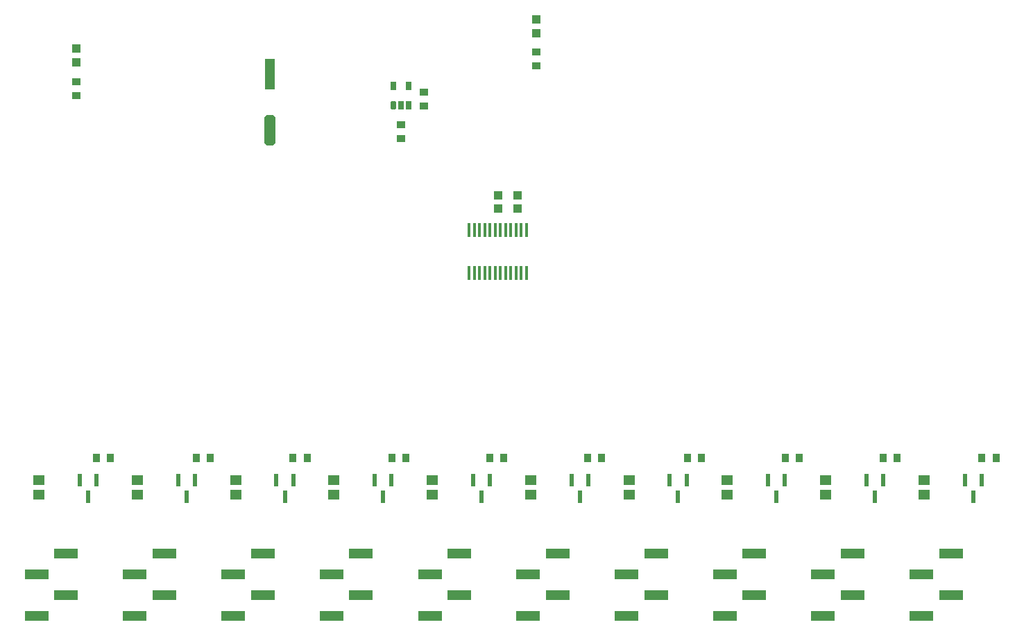
<source format=gbr>
%TF.GenerationSoftware,Altium Limited,Altium NEXUS,2.1.5 (53)*%
G04 Layer_Color=8421504*
%FSLAX44Y44*%
%MOMM*%
%TF.FileFunction,Paste,Top*%
%TF.Part,Single*%
G01*
G75*
%TA.AperFunction,SMDPad,CuDef*%
%ADD10R,1.4000X1.2000*%
%ADD11R,2.9600X1.2700*%
%ADD12R,1.0000X0.9000*%
%ADD13R,0.9000X1.0000*%
G04:AMPARAMS|DCode=14|XSize=0.65mm|YSize=1.1mm|CornerRadius=0mm|HoleSize=0mm|Usage=FLASHONLY|Rotation=180.000|XOffset=0mm|YOffset=0mm|HoleType=Round|Shape=Octagon|*
%AMOCTAGOND14*
4,1,8,0.1625,-0.5500,-0.1625,-0.5500,-0.3250,-0.3875,-0.3250,0.3875,-0.1625,0.5500,0.1625,0.5500,0.3250,0.3875,0.3250,-0.3875,0.1625,-0.5500,0.0*
%
%ADD14OCTAGOND14*%

%ADD15R,0.6500X1.1000*%
%ADD16R,0.6100X1.6100*%
G04:AMPARAMS|DCode=17|XSize=3.8mm|YSize=1.3mm|CornerRadius=0mm|HoleSize=0mm|Usage=FLASHONLY|Rotation=90.000|XOffset=0mm|YOffset=0mm|HoleType=Round|Shape=Octagon|*
%AMOCTAGOND17*
4,1,8,0.3250,1.9000,-0.3250,1.9000,-0.6500,1.5750,-0.6500,-1.5750,-0.3250,-1.9000,0.3250,-1.9000,0.6500,-1.5750,0.6500,1.5750,0.3250,1.9000,0.0*
%
%ADD17OCTAGOND17*%

%ADD18R,1.3000X3.8000*%
G04:AMPARAMS|DCode=19|XSize=1.64mm|YSize=0.41mm|CornerRadius=0.0513mm|HoleSize=0mm|Usage=FLASHONLY|Rotation=90.000|XOffset=0mm|YOffset=0mm|HoleType=Round|Shape=RoundedRectangle|*
%AMROUNDEDRECTD19*
21,1,1.6400,0.3075,0,0,90.0*
21,1,1.5375,0.4100,0,0,90.0*
1,1,0.1025,0.1538,0.7688*
1,1,0.1025,0.1538,-0.7688*
1,1,0.1025,-0.1538,-0.7688*
1,1,0.1025,-0.1538,0.7688*
%
%ADD19ROUNDEDRECTD19*%
%ADD20R,1.0000X1.0000*%
%ADD21R,1.0000X1.1000*%
D10*
X230000Y609600D02*
D03*
Y627600D02*
D03*
X350000Y609600D02*
D03*
Y627600D02*
D03*
X470000Y609600D02*
D03*
Y627600D02*
D03*
X590000Y609600D02*
D03*
Y627600D02*
D03*
X710000Y609600D02*
D03*
Y627600D02*
D03*
X830000Y609600D02*
D03*
Y627600D02*
D03*
X950000Y609600D02*
D03*
Y627600D02*
D03*
X1070000Y609600D02*
D03*
Y627600D02*
D03*
X1190000Y609600D02*
D03*
Y627600D02*
D03*
X1310000Y609600D02*
D03*
Y627600D02*
D03*
D11*
X623000Y538100D02*
D03*
X587000Y512700D02*
D03*
X623000Y487300D02*
D03*
X587000Y461900D02*
D03*
X263000Y538100D02*
D03*
X227000Y512700D02*
D03*
X263000Y487300D02*
D03*
X227000Y461900D02*
D03*
X383000Y538100D02*
D03*
X347000Y512700D02*
D03*
X383000Y487300D02*
D03*
X347000Y461900D02*
D03*
X503000Y538100D02*
D03*
X467000Y512700D02*
D03*
X503000Y487300D02*
D03*
X467000Y461900D02*
D03*
X743000Y538100D02*
D03*
X707000Y512700D02*
D03*
X743000Y487300D02*
D03*
X707000Y461900D02*
D03*
X863000Y538100D02*
D03*
X827000Y512700D02*
D03*
X863000Y487300D02*
D03*
X827000Y461900D02*
D03*
X983000Y538100D02*
D03*
X947000Y512700D02*
D03*
X983000Y487300D02*
D03*
X947000Y461900D02*
D03*
X1103000Y538100D02*
D03*
X1067000Y512700D02*
D03*
X1103000Y487300D02*
D03*
X1067000Y461900D02*
D03*
X1223000Y538100D02*
D03*
X1187000Y512700D02*
D03*
X1223000Y487300D02*
D03*
X1187000Y461900D02*
D03*
X1343000Y538100D02*
D03*
X1307000Y512700D02*
D03*
X1343000Y487300D02*
D03*
X1307000Y461900D02*
D03*
D12*
X699770Y1084970D02*
D03*
Y1101970D02*
D03*
X671830Y1061720D02*
D03*
Y1044720D02*
D03*
X836930Y1151110D02*
D03*
Y1134110D02*
D03*
X275590Y1114280D02*
D03*
Y1097280D02*
D03*
D13*
X677790Y655000D02*
D03*
X660790D02*
D03*
X916550D02*
D03*
X899550D02*
D03*
X1157850D02*
D03*
X1140850D02*
D03*
X1397880D02*
D03*
X1380880D02*
D03*
X439030D02*
D03*
X422030D02*
D03*
X557140D02*
D03*
X540140D02*
D03*
X797170D02*
D03*
X780170D02*
D03*
X1038080D02*
D03*
X1021080D02*
D03*
X1277230D02*
D03*
X1260230D02*
D03*
X317110D02*
D03*
X300110D02*
D03*
D14*
X662330Y1085280D02*
D03*
D15*
X671830D02*
D03*
X681330D02*
D03*
Y1109280D02*
D03*
X662330D02*
D03*
D16*
X1380250Y627170D02*
D03*
X1359750D02*
D03*
X1370000Y607270D02*
D03*
X1260250Y627170D02*
D03*
X1239750D02*
D03*
X1250000Y607270D02*
D03*
X1140250Y627170D02*
D03*
X1119750D02*
D03*
X1130000Y607270D02*
D03*
X1020250Y627170D02*
D03*
X999750D02*
D03*
X1010000Y607270D02*
D03*
X900250Y627170D02*
D03*
X879750D02*
D03*
X890000Y607270D02*
D03*
X780250Y627170D02*
D03*
X759750D02*
D03*
X770000Y607270D02*
D03*
X660250Y627170D02*
D03*
X639750D02*
D03*
X650000Y607270D02*
D03*
X540250Y627170D02*
D03*
X519750D02*
D03*
X530000Y607270D02*
D03*
X420250Y627170D02*
D03*
X399750D02*
D03*
X410000Y607270D02*
D03*
X300250Y627170D02*
D03*
X279750D02*
D03*
X290000Y607270D02*
D03*
D17*
X511810Y1055370D02*
D03*
D18*
Y1123370D02*
D03*
D19*
X755015Y933130D02*
D03*
X761365D02*
D03*
X767715D02*
D03*
X774065D02*
D03*
X780415D02*
D03*
X786765D02*
D03*
X793115D02*
D03*
X799465D02*
D03*
X805815D02*
D03*
X812165D02*
D03*
X818515D02*
D03*
X824865D02*
D03*
Y880430D02*
D03*
X818515D02*
D03*
X812165D02*
D03*
X805815D02*
D03*
X799465D02*
D03*
X793115D02*
D03*
X786765D02*
D03*
X780415D02*
D03*
X774065D02*
D03*
X767715D02*
D03*
X761365D02*
D03*
X755015D02*
D03*
D20*
X789940Y959740D02*
D03*
Y975740D02*
D03*
X814070Y975740D02*
D03*
Y959740D02*
D03*
D21*
X836930Y1173480D02*
D03*
Y1190480D02*
D03*
X275590Y1137920D02*
D03*
Y1154920D02*
D03*
%TF.MD5,febaa1fdf1ee319c2a633b5e0ac9bd04*%
M02*

</source>
